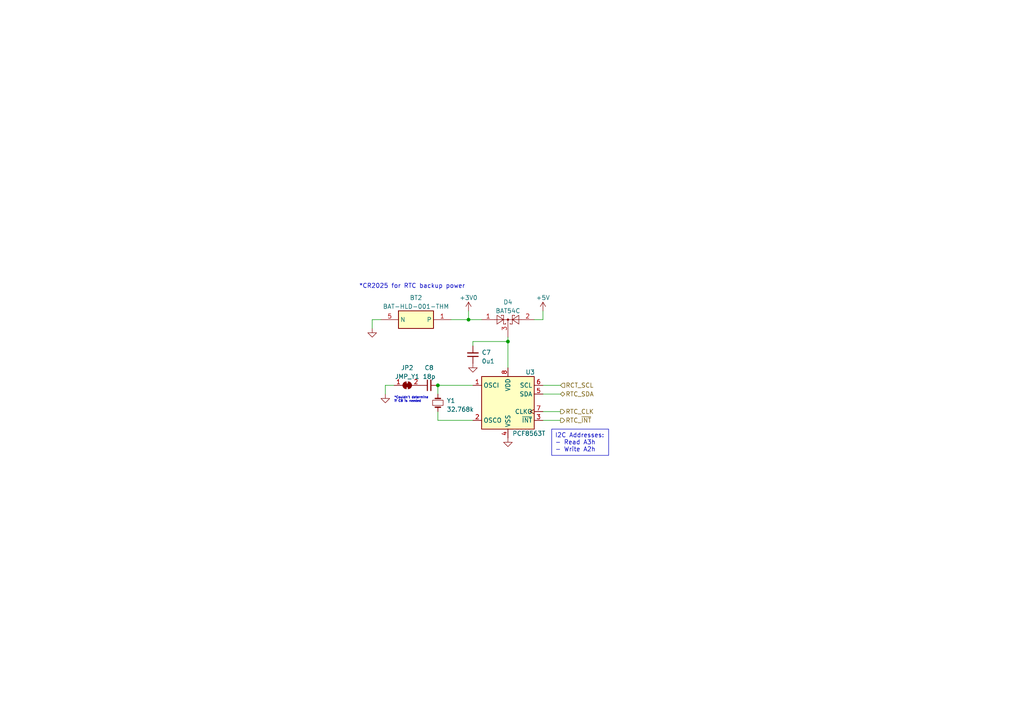
<source format=kicad_sch>
(kicad_sch (version 20230121) (generator eeschema)
  (paper "A4")
  (title_block (title "Pomodoro Timer/Clock - RTC Module") (date "2023-06-29") (rev "0") (company "Microcode.io"))
  (lib_symbols
    (symbol "Device:C_Small" (pin_numbers hide) (pin_names (offset 0.254) hide)
      (property "Reference" "C" (at 0.254 1.778 0))
      (property "Value" "C_Small" (at 0.254 -2.032 0))
      (symbol "C_Small_0_1"
        (polyline (pts (xy -1.524 -0.508) (xy 1.524 -0.508)) (stroke (width 0.3302)))
        (polyline (pts (xy -1.524 0.508) (xy 1.524 0.508)) (stroke (width 0.3048)))
      )
      (symbol "C_Small_1_1"
        (pin passive line (at 0 2.54 270) (length 2.032) (name "~") (number "1"))
        (pin passive line (at 0 -2.54 90) (length 2.032) (name "~") (number "2"))
      )
    )
    (symbol "Device:Crystal_Small" (pin_numbers hide) (pin_names (offset 1.016) hide)
      (property "Reference" "Y" (at 0 2.54 0))
      (property "Value" "Crystal_Small" (at 0 -2.54 0))
      (symbol "Crystal_Small_0_1"
        (rectangle (start -0.762 -1.524) (end 0.762 1.524))
        (polyline (pts (xy -1.27 -0.762) (xy -1.27 0.762)) (stroke (width 0.381)))
        (polyline (pts (xy 1.27 -0.762) (xy 1.27 0.762)) (stroke (width 0.381)))
      )
      (symbol "Crystal_Small_1_1"
        (pin passive line (at -2.54 0 0) (length 1.27) (name "1") (number "1"))
        (pin passive line (at 2.54 0 180) (length 1.27) (name "2") (number "2"))
      )
    )
    (symbol "Diode:BAT54C" (pin_names (offset 1.016))
      (property "Reference" "D" (at 0.635 -3.81 0))
      (property "Value" "BAT54C" (at -6.35 3.175 0))
      (symbol "BAT54C_0_1"
        (polyline (pts (xy -1.905 0) (xy 1.905 0)))
        (polyline (pts (xy -1.905 1.27) (xy -1.905 1.016)))
        (polyline (pts (xy -1.27 -1.27) (xy -0.635 -1.27)))
        (polyline (pts (xy -1.27 0) (xy -3.81 0)))
        (polyline (pts (xy -1.27 1.27) (xy -1.905 1.27)))
        (polyline (pts (xy -1.27 1.27) (xy -1.27 -1.27)))
        (polyline (pts (xy -0.635 -1.27) (xy -0.635 -1.016)))
        (polyline (pts (xy 0.635 -1.27) (xy 0.635 -1.016)))
        (polyline (pts (xy 1.27 -1.27) (xy 0.635 -1.27)))
        (polyline (pts (xy 1.27 1.27) (xy 1.27 -1.27)))
        (polyline (pts (xy 1.27 1.27) (xy 1.905 1.27)))
        (polyline (pts (xy 1.905 1.27) (xy 1.905 1.016)))
        (polyline (pts (xy 3.81 0) (xy 1.27 0)))
        (polyline (pts (xy -3.175 -1.27) (xy -3.175 1.27) (xy -1.27 0) (xy -3.175 -1.27)))
        (polyline (pts (xy 3.175 -1.27) (xy 3.175 1.27) (xy 1.27 0) (xy 3.175 -1.27)))
        (circle (center 0 0) (radius 0.254) (fill (type outline)))
      )
      (symbol "BAT54C_1_1"
        (pin passive line (at -7.62 0 0) (length 3.81) (name "~") (number "1"))
        (pin passive line (at 7.62 0 180) (length 3.81) (name "~") (number "2"))
        (pin passive line (at 0 -5.08 90) (length 5.08) (name "~") (number "3"))
      )
    )
    (symbol "Jumper:SolderJumper_2_Bridged" (pin_names (offset 0) hide)
      (property "Reference" "JP" (at 0 2.032 0))
      (property "Value" "SolderJumper_2_Bridged" (at 0 -2.54 0))
      (symbol "SolderJumper_2_Bridged_0_1"
        (rectangle (start -0.508 0.508) (end 0.508 -0.508) (fill (type outline)))
        (arc (start -0.254 1.016) (mid -1.2656 0) (end -0.254 -1.016))
        (arc (start -0.254 1.016) (mid -1.2656 0) (end -0.254 -1.016) (fill (type outline)))
        (polyline (pts (xy -0.254 1.016) (xy -0.254 -1.016)))
        (polyline (pts (xy 0.254 1.016) (xy 0.254 -1.016)))
        (arc (start 0.254 -1.016) (mid 1.2656 0) (end 0.254 1.016))
        (arc (start 0.254 -1.016) (mid 1.2656 0) (end 0.254 1.016) (fill (type outline)))
      )
      (symbol "SolderJumper_2_Bridged_1_1"
        (pin passive line (at -3.81 0 0) (length 2.54) (name "A") (number "1"))
        (pin passive line (at 3.81 0 180) (length 2.54) (name "B") (number "2"))
      )
    )
    (symbol "Timer_RTC:PCF8563T"
      (property "Reference" "U" (at -7.62 8.89 0))
      (property "Value" "PCF8563T" (at 2.54 8.89 0))
      (symbol "PCF8563T_0_1"
        (rectangle (start -7.62 7.62) (end 7.62 -7.62) (stroke (width 0.254)) (fill (type background)))
      )
      (symbol "PCF8563T_1_1"
        (pin input line (at -10.16 5.08 0) (length 2.54) (name "OSCI") (number "1"))
        (pin output line (at -10.16 -5.08 0) (length 2.54) (name "OSCO") (number "2"))
        (pin output line (at 10.16 -5.08 180) (length 2.54) (name "~{INT}") (number "3"))
        (pin power_in line (at 0 -10.16 90) (length 2.54) (name "VSS") (number "4"))
        (pin bidirectional line (at 10.16 2.54 180) (length 2.54) (name "SDA") (number "5"))
        (pin input line (at 10.16 5.08 180) (length 2.54) (name "SCL") (number "6"))
        (pin output clock (at 10.16 -2.54 180) (length 2.54) (name "CLKO") (number "7"))
        (pin power_in line (at 0 10.16 270) (length 2.54) (name "VDD") (number "8"))
      )
    )
    (symbol "jlcpcb-parts:BAT-HLD-001-THM"
      (property "Reference" "BT" (at 16.51 7.62 0))
      (property "Value" "BAT-HLD-001-THM" (at 16.51 5.08 0))
      (symbol "BAT-HLD-001-THM_1_1"
        (rectangle (start 5.08 2.54) (end 15.24 -2.54) (stroke (width 0.254)) (fill (type background)))
        (pin power_out line (at 0 0 0) (length 5.08) (name "P") (number "1"))
        (pin power_out line (at 0 0 0) (length 5.08) hide (name "P") (number "2"))
        (pin power_out line (at 0 0 0) (length 5.08) hide (name "P") (number "3"))
        (pin power_out line (at 0 0 0) (length 5.08) hide (name "P") (number "4"))
        (pin power_out line (at 20.32 0 180) (length 5.08) (name "N") (number "5"))
      )
    )
    (symbol "power:+3V0" (power) (pin_names (offset 0))
      (property "Value" "+3V0" (at 0 3.556 0))
      (symbol "+3V0_0_1"
        (polyline (pts (xy -0.762 1.27) (xy 0 2.54)))
        (polyline (pts (xy 0 0) (xy 0 2.54)))
        (polyline (pts (xy 0 2.54) (xy 0.762 1.27)))
      )
      (symbol "+3V0_1_1"
        (pin power_in line (at 0 0 90) (length 0) hide (name "+3V0") (number "1"))
      )
    )
    (symbol "power:+5V" (power) (pin_names (offset 0))
      (property "Value" "+5V" (at 0 3.556 0))
      (symbol "+5V_0_1"
        (polyline (pts (xy -0.762 1.27) (xy 0 2.54)))
        (polyline (pts (xy 0 0) (xy 0 2.54)))
        (polyline (pts (xy 0 2.54) (xy 0.762 1.27)))
      )
      (symbol "+5V_1_1"
        (pin power_in line (at 0 0 90) (length 0) hide (name "+5V") (number "1"))
      )
    )
    (symbol "power:GND" (power) (pin_names (offset 0))
      (property "Value" "GND" (at 0 -3.81 0))
      (symbol "GND_0_1"
        (polyline (pts (xy 0 0) (xy 0 -1.27) (xy 1.27 -1.27) (xy 0 -2.54) (xy -1.27 -1.27) (xy 0 -1.27)))
      )
      (symbol "GND_1_1"
        (pin power_in line (at 0 0 270) (length 0) hide (name "GND") (number "1"))
      )
    )
  )
  (junction (at 147.32 99.06))
  (junction (at 127 111.76))
  (junction (at 135.89 92.71))
  (wire (pts (xy 107.95 92.71) (xy 110.49 92.71)))
  (wire (pts (xy 157.48 119.38) (xy 162.56 119.38)))
  (wire (pts (xy 127 111.76) (xy 137.16 111.76)))
  (wire (pts (xy 111.76 111.76) (xy 111.76 114.3)))
  (wire (pts (xy 154.94 92.71) (xy 157.48 92.71)))
  (wire (pts (xy 127 119.38) (xy 127 121.92)))
  (wire (pts (xy 137.16 100.33) (xy 137.16 99.06)))
  (wire (pts (xy 147.32 97.79) (xy 147.32 99.06)))
  (wire (pts (xy 127 111.76) (xy 127 114.3)))
  (wire (pts (xy 147.32 99.06) (xy 147.32 106.68)))
  (wire (pts (xy 157.48 90.17) (xy 157.48 92.71)))
  (wire (pts (xy 107.95 95.25) (xy 107.95 92.71)))
  (wire (pts (xy 157.48 121.92) (xy 162.56 121.92)))
  (wire (pts (xy 157.48 111.76) (xy 162.56 111.76)))
  (wire (pts (xy 130.81 92.71) (xy 135.89 92.71)))
  (wire (pts (xy 135.89 92.71) (xy 139.7 92.71)))
  (wire (pts (xy 157.48 114.3) (xy 162.56 114.3)))
  (wire (pts (xy 137.16 99.06) (xy 147.32 99.06)))
  (wire (pts (xy 135.89 90.17) (xy 135.89 92.71)))
  (wire (pts (xy 114.3 111.76) (xy 111.76 111.76)))
  (wire (pts (xy 127 121.92) (xy 137.16 121.92)))
  (text_box "I2C Addresses:\n- Read A3h\n- Write A2h" (at 160.02 124.46 0) (size 16.51 7.62) (effects (font (size 1.27 1.27)) (justify left top)))
  (text "*CR2025 for RTC backup power" (at 104.14 83.82 0) (effects (font (size 1.27 1.27)) (justify left bottom)))
  (text "*Couldn't determine \nif C8 is needed" (at 114.3 116.84 0) (effects (font (size 0.65 0.65)) (justify left bottom)))
  (hierarchical_label "RTC_CLK" (shape output) (at 162.56 119.38 0))
  (hierarchical_label "RTC_SDA" (shape bidirectional) (at 162.56 114.3 0))
  (hierarchical_label "RTC_~{INT}" (shape output) (at 162.56 121.92 0))
  (hierarchical_label "RCT_SCL" (shape input) (at 162.56 111.76 0))
  (symbol (lib_id "jlcpcb-parts:BAT-HLD-001-THM") (at 130.81 92.71 180) (unit 1)
    (property "Reference" "BT2" (at 120.65 86.36 0))
    (property "Value" "BAT-HLD-001-THM" (at 120.65 88.9 0))
    (property "Footprint" "jlcpcb:BATHLD001THM" (effects hide))
    (property "Datasheet" "https://www.mouser.com/datasheet/2/238/bat_hld_001_thm-1659302.pdf" (effects hide))
    (property "Mouser Part" "712-BAT-HLD-001-THM" (effects hide))
    (property "Mfr" "Linx Technologies" (effects hide))
    (property "Mfr Part" "BAT-HLD-001-THM" (effects hide))
    (property "Sim.Enable" "0" (effects hide))
  )
  (symbol (lib_id "Device:C_Small") (at 137.16 102.87 180) (unit 1)
    (property "Reference" "C7" (at 139.7 102.2286 0) (effects (justify right)))
    (property "Value" "0u1" (at 139.7 104.7686 0) (effects (justify right)))
    (property "Footprint" "Capacitor_SMD:C_0402_1005Metric" (effects hide))
    (property "Sim.Enable" "0" (effects hide))
    (instances (project "pomodoro-clock-0" (path "" (reference "C7") (unit 1)) (path "" (reference "C9") (unit 1))))
  )
  (symbol (lib_id "Device:Crystal_Small") (at 127 116.84 90) (unit 1)
    (property "Reference" "Y1" (at 129.54 116.205 90) (effects (justify right)))
    (property "Value" "32.768k" (at 129.54 118.745 90) (effects (justify right)))
    (property "Footprint" "Crystal:Crystal_SMD_3215-2Pin_3.2x1.5mm" (effects hide))
    (property "Datasheet" "https://datasheet.lcsc.com/lcsc/1810171817_Seiko-Epson-Q13FC1350000400_C32346.pdf" (effects hide))
    (property "Mfr" "Seiko Epson" (effects hide))
    (property "Mfr Part" "Q13FC1350000400" (effects hide))
    (property "JLCPCB Part" "C32346" (effects hide))
    (property "Sim.Enable" "0" (effects hide))
  )
  (symbol (lib_id "Timer_RTC:PCF8563T") (at 147.32 116.84 0) (unit 1)
    (property "Reference" "U3" (at 152.4 107.95 0) (effects (justify left)))
    (property "Value" "PCF8563T" (at 148.59 125.73 0) (effects (justify left)))
    (property "Footprint" "Package_SO:SOIC-8_3.9x4.9mm_P1.27mm" (effects hide))
    (property "Datasheet" "https://www.nxp.com/docs/en/data-sheet/PCF8563.pdf" (effects hide))
    (property "Mfr" "NXP" (effects hide))
    (property "Mfr Part" "PCF8563T/5,518" (effects hide))
    (property "Sim.Enable" "0" (effects hide))
    (property "JLCPCB Part" "C7440" (effects hide))
  )
  (symbol (lib_id "power:GND") (at 137.16 105.41 0) (unit 1)
    (property "Reference" "#PWR020" (effects hide))
    (property "Value" "GND" (effects hide))
  )
  (symbol (lib_id "Device:C_Small") (at 124.46 111.76 90) (unit 1)
    (property "Reference" "C8" (at 124.4663 106.68 90))
    (property "Value" "18p" (at 124.4663 109.22 90))
    (property "Footprint" "Capacitor_SMD:C_0402_1005Metric" (effects hide))
    (property "Datasheet" "https://datasheet.lcsc.com/lcsc/2304140030_FH--Guangdong-Fenghua-Advanced-Tech-0402CG180J500NT_C1549.pdf" (effects hide))
    (property "Mfr" "FH (Guangdong Fenghua Advanced Tech)" (effects hide))
    (property "Mfr Part" "0402CG180J500NT" (effects hide))
    (property "JLCPCB Part" "C1549" (effects hide))
    (property "Sim.Enable" "0" (effects hide))
  )
  (symbol (lib_id "power:+3V0") (at 135.89 90.17 0) (unit 1)
    (property "Reference" "#PWR023" (effects hide))
    (property "Value" "+3V0" (at 135.89 86.36 0))
  )
  (symbol (lib_id "Diode:BAT54C") (at 147.32 92.71 0) (unit 1)
    (property "Reference" "D4" (at 147.32 87.63 0))
    (property "Value" "BAT54C" (at 147.32 90.17 0))
    (property "Footprint" "Package_TO_SOT_SMD:SOT-23" (effects hide))
    (property "Datasheet" "http://www.diodes.com/_files/datasheets/ds11005.pdf" (effects hide))
    (property "Sim.Enable" "0" (effects hide))
    (property "Mfr" "Nexperia" (effects hide))
    (property "Mfr Part" "BAT54C,215" (effects hide))
    (property "JLCPCB Part" "C37704" (effects hide))
  )
  (symbol (lib_id "power:GND") (at 111.76 114.3 0) (unit 1)
    (property "Reference" "#PWR019" (effects hide))
    (property "Value" "GND" (effects hide))
  )
  (symbol (lib_id "power:GND") (at 107.95 95.25 0) (unit 1)
    (property "Reference" "#PWR021" (effects hide))
    (property "Value" "GND" (effects hide))
  )
  (symbol (lib_id "power:GND") (at 147.32 127 0) (unit 1)
    (property "Reference" "#PWR024" (effects hide))
    (property "Value" "GND" (effects hide))
  )
  (symbol (lib_id "Jumper:SolderJumper_2_Bridged") (at 118.11 111.76 0) (unit 1)
    (property "Reference" "JP2" (at 118.11 106.68 0))
    (property "Value" "JMP_Y1" (at 118.11 109.22 0))
    (property "Footprint" "Jumper:SolderJumper-2_P1.3mm_Bridged_RoundedPad1.0x1.5mm" (effects hide))
    (property "Sim.Enable" "0" (effects hide))
  )
  (symbol (lib_id "power:+5V") (at 157.48 90.17 0) (unit 1)
    (property "Reference" "#PWR022" (effects hide))
    (property "Value" "+5V" (at 157.48 86.36 0))
  )
)
</source>
